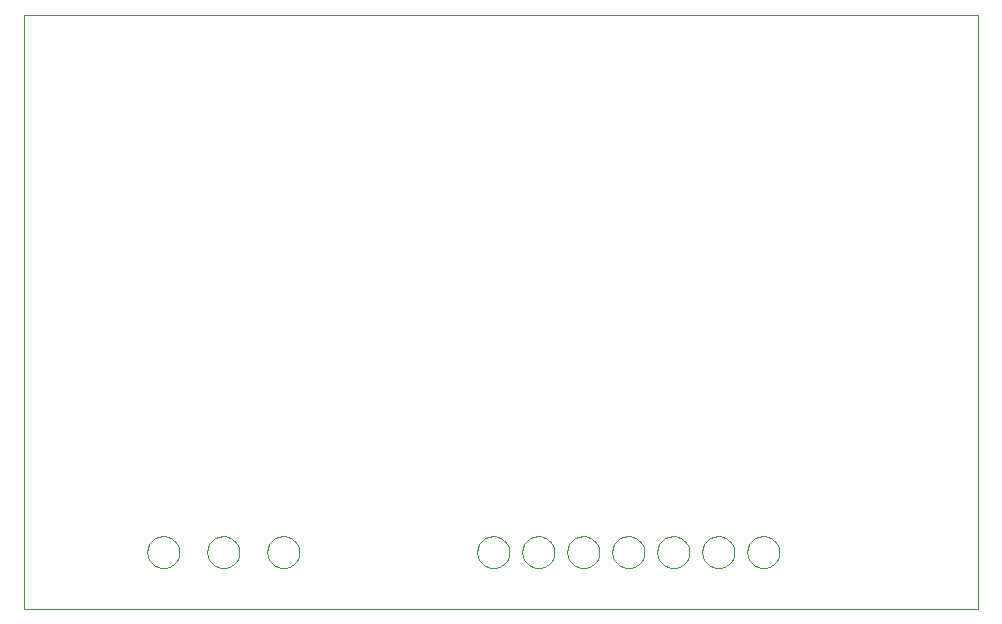
<source format=gbr>
G75*
G70*
%OFA0B0*%
%FSLAX24Y24*%
%IPPOS*%
%LPD*%
%AMOC8*
5,1,8,0,0,1.08239X$1,22.5*
%
%ADD10C,0.0000*%
D10*
X000260Y005013D02*
X000260Y024813D01*
X032060Y024813D01*
X032060Y005013D01*
X000260Y005013D01*
X004379Y006913D02*
X004381Y006959D01*
X004387Y007004D01*
X004397Y007049D01*
X004410Y007092D01*
X004427Y007135D01*
X004448Y007175D01*
X004472Y007214D01*
X004500Y007250D01*
X004531Y007284D01*
X004564Y007316D01*
X004600Y007344D01*
X004638Y007369D01*
X004678Y007391D01*
X004720Y007409D01*
X004763Y007423D01*
X004808Y007434D01*
X004853Y007441D01*
X004899Y007444D01*
X004944Y007443D01*
X004990Y007438D01*
X005035Y007429D01*
X005078Y007417D01*
X005121Y007400D01*
X005162Y007380D01*
X005201Y007357D01*
X005239Y007330D01*
X005273Y007300D01*
X005305Y007268D01*
X005334Y007232D01*
X005360Y007195D01*
X005383Y007155D01*
X005402Y007114D01*
X005417Y007071D01*
X005429Y007026D01*
X005437Y006981D01*
X005441Y006936D01*
X005441Y006890D01*
X005437Y006845D01*
X005429Y006800D01*
X005417Y006755D01*
X005402Y006712D01*
X005383Y006671D01*
X005360Y006631D01*
X005334Y006594D01*
X005305Y006558D01*
X005273Y006526D01*
X005239Y006496D01*
X005201Y006469D01*
X005162Y006446D01*
X005121Y006426D01*
X005078Y006409D01*
X005035Y006397D01*
X004990Y006388D01*
X004944Y006383D01*
X004899Y006382D01*
X004853Y006385D01*
X004808Y006392D01*
X004763Y006403D01*
X004720Y006417D01*
X004678Y006435D01*
X004638Y006457D01*
X004600Y006482D01*
X004564Y006510D01*
X004531Y006542D01*
X004500Y006576D01*
X004472Y006612D01*
X004448Y006651D01*
X004427Y006691D01*
X004410Y006734D01*
X004397Y006777D01*
X004387Y006822D01*
X004381Y006867D01*
X004379Y006913D01*
X006379Y006913D02*
X006381Y006959D01*
X006387Y007004D01*
X006397Y007049D01*
X006410Y007092D01*
X006427Y007135D01*
X006448Y007175D01*
X006472Y007214D01*
X006500Y007250D01*
X006531Y007284D01*
X006564Y007316D01*
X006600Y007344D01*
X006638Y007369D01*
X006678Y007391D01*
X006720Y007409D01*
X006763Y007423D01*
X006808Y007434D01*
X006853Y007441D01*
X006899Y007444D01*
X006944Y007443D01*
X006990Y007438D01*
X007035Y007429D01*
X007078Y007417D01*
X007121Y007400D01*
X007162Y007380D01*
X007201Y007357D01*
X007239Y007330D01*
X007273Y007300D01*
X007305Y007268D01*
X007334Y007232D01*
X007360Y007195D01*
X007383Y007155D01*
X007402Y007114D01*
X007417Y007071D01*
X007429Y007026D01*
X007437Y006981D01*
X007441Y006936D01*
X007441Y006890D01*
X007437Y006845D01*
X007429Y006800D01*
X007417Y006755D01*
X007402Y006712D01*
X007383Y006671D01*
X007360Y006631D01*
X007334Y006594D01*
X007305Y006558D01*
X007273Y006526D01*
X007239Y006496D01*
X007201Y006469D01*
X007162Y006446D01*
X007121Y006426D01*
X007078Y006409D01*
X007035Y006397D01*
X006990Y006388D01*
X006944Y006383D01*
X006899Y006382D01*
X006853Y006385D01*
X006808Y006392D01*
X006763Y006403D01*
X006720Y006417D01*
X006678Y006435D01*
X006638Y006457D01*
X006600Y006482D01*
X006564Y006510D01*
X006531Y006542D01*
X006500Y006576D01*
X006472Y006612D01*
X006448Y006651D01*
X006427Y006691D01*
X006410Y006734D01*
X006397Y006777D01*
X006387Y006822D01*
X006381Y006867D01*
X006379Y006913D01*
X008379Y006913D02*
X008381Y006959D01*
X008387Y007004D01*
X008397Y007049D01*
X008410Y007092D01*
X008427Y007135D01*
X008448Y007175D01*
X008472Y007214D01*
X008500Y007250D01*
X008531Y007284D01*
X008564Y007316D01*
X008600Y007344D01*
X008638Y007369D01*
X008678Y007391D01*
X008720Y007409D01*
X008763Y007423D01*
X008808Y007434D01*
X008853Y007441D01*
X008899Y007444D01*
X008944Y007443D01*
X008990Y007438D01*
X009035Y007429D01*
X009078Y007417D01*
X009121Y007400D01*
X009162Y007380D01*
X009201Y007357D01*
X009239Y007330D01*
X009273Y007300D01*
X009305Y007268D01*
X009334Y007232D01*
X009360Y007195D01*
X009383Y007155D01*
X009402Y007114D01*
X009417Y007071D01*
X009429Y007026D01*
X009437Y006981D01*
X009441Y006936D01*
X009441Y006890D01*
X009437Y006845D01*
X009429Y006800D01*
X009417Y006755D01*
X009402Y006712D01*
X009383Y006671D01*
X009360Y006631D01*
X009334Y006594D01*
X009305Y006558D01*
X009273Y006526D01*
X009239Y006496D01*
X009201Y006469D01*
X009162Y006446D01*
X009121Y006426D01*
X009078Y006409D01*
X009035Y006397D01*
X008990Y006388D01*
X008944Y006383D01*
X008899Y006382D01*
X008853Y006385D01*
X008808Y006392D01*
X008763Y006403D01*
X008720Y006417D01*
X008678Y006435D01*
X008638Y006457D01*
X008600Y006482D01*
X008564Y006510D01*
X008531Y006542D01*
X008500Y006576D01*
X008472Y006612D01*
X008448Y006651D01*
X008427Y006691D01*
X008410Y006734D01*
X008397Y006777D01*
X008387Y006822D01*
X008381Y006867D01*
X008379Y006913D01*
X015379Y006913D02*
X015381Y006959D01*
X015387Y007004D01*
X015397Y007049D01*
X015410Y007092D01*
X015427Y007135D01*
X015448Y007175D01*
X015472Y007214D01*
X015500Y007250D01*
X015531Y007284D01*
X015564Y007316D01*
X015600Y007344D01*
X015638Y007369D01*
X015678Y007391D01*
X015720Y007409D01*
X015763Y007423D01*
X015808Y007434D01*
X015853Y007441D01*
X015899Y007444D01*
X015944Y007443D01*
X015990Y007438D01*
X016035Y007429D01*
X016078Y007417D01*
X016121Y007400D01*
X016162Y007380D01*
X016201Y007357D01*
X016239Y007330D01*
X016273Y007300D01*
X016305Y007268D01*
X016334Y007232D01*
X016360Y007195D01*
X016383Y007155D01*
X016402Y007114D01*
X016417Y007071D01*
X016429Y007026D01*
X016437Y006981D01*
X016441Y006936D01*
X016441Y006890D01*
X016437Y006845D01*
X016429Y006800D01*
X016417Y006755D01*
X016402Y006712D01*
X016383Y006671D01*
X016360Y006631D01*
X016334Y006594D01*
X016305Y006558D01*
X016273Y006526D01*
X016239Y006496D01*
X016201Y006469D01*
X016162Y006446D01*
X016121Y006426D01*
X016078Y006409D01*
X016035Y006397D01*
X015990Y006388D01*
X015944Y006383D01*
X015899Y006382D01*
X015853Y006385D01*
X015808Y006392D01*
X015763Y006403D01*
X015720Y006417D01*
X015678Y006435D01*
X015638Y006457D01*
X015600Y006482D01*
X015564Y006510D01*
X015531Y006542D01*
X015500Y006576D01*
X015472Y006612D01*
X015448Y006651D01*
X015427Y006691D01*
X015410Y006734D01*
X015397Y006777D01*
X015387Y006822D01*
X015381Y006867D01*
X015379Y006913D01*
X016879Y006913D02*
X016881Y006959D01*
X016887Y007004D01*
X016897Y007049D01*
X016910Y007092D01*
X016927Y007135D01*
X016948Y007175D01*
X016972Y007214D01*
X017000Y007250D01*
X017031Y007284D01*
X017064Y007316D01*
X017100Y007344D01*
X017138Y007369D01*
X017178Y007391D01*
X017220Y007409D01*
X017263Y007423D01*
X017308Y007434D01*
X017353Y007441D01*
X017399Y007444D01*
X017444Y007443D01*
X017490Y007438D01*
X017535Y007429D01*
X017578Y007417D01*
X017621Y007400D01*
X017662Y007380D01*
X017701Y007357D01*
X017739Y007330D01*
X017773Y007300D01*
X017805Y007268D01*
X017834Y007232D01*
X017860Y007195D01*
X017883Y007155D01*
X017902Y007114D01*
X017917Y007071D01*
X017929Y007026D01*
X017937Y006981D01*
X017941Y006936D01*
X017941Y006890D01*
X017937Y006845D01*
X017929Y006800D01*
X017917Y006755D01*
X017902Y006712D01*
X017883Y006671D01*
X017860Y006631D01*
X017834Y006594D01*
X017805Y006558D01*
X017773Y006526D01*
X017739Y006496D01*
X017701Y006469D01*
X017662Y006446D01*
X017621Y006426D01*
X017578Y006409D01*
X017535Y006397D01*
X017490Y006388D01*
X017444Y006383D01*
X017399Y006382D01*
X017353Y006385D01*
X017308Y006392D01*
X017263Y006403D01*
X017220Y006417D01*
X017178Y006435D01*
X017138Y006457D01*
X017100Y006482D01*
X017064Y006510D01*
X017031Y006542D01*
X017000Y006576D01*
X016972Y006612D01*
X016948Y006651D01*
X016927Y006691D01*
X016910Y006734D01*
X016897Y006777D01*
X016887Y006822D01*
X016881Y006867D01*
X016879Y006913D01*
X018379Y006913D02*
X018381Y006959D01*
X018387Y007004D01*
X018397Y007049D01*
X018410Y007092D01*
X018427Y007135D01*
X018448Y007175D01*
X018472Y007214D01*
X018500Y007250D01*
X018531Y007284D01*
X018564Y007316D01*
X018600Y007344D01*
X018638Y007369D01*
X018678Y007391D01*
X018720Y007409D01*
X018763Y007423D01*
X018808Y007434D01*
X018853Y007441D01*
X018899Y007444D01*
X018944Y007443D01*
X018990Y007438D01*
X019035Y007429D01*
X019078Y007417D01*
X019121Y007400D01*
X019162Y007380D01*
X019201Y007357D01*
X019239Y007330D01*
X019273Y007300D01*
X019305Y007268D01*
X019334Y007232D01*
X019360Y007195D01*
X019383Y007155D01*
X019402Y007114D01*
X019417Y007071D01*
X019429Y007026D01*
X019437Y006981D01*
X019441Y006936D01*
X019441Y006890D01*
X019437Y006845D01*
X019429Y006800D01*
X019417Y006755D01*
X019402Y006712D01*
X019383Y006671D01*
X019360Y006631D01*
X019334Y006594D01*
X019305Y006558D01*
X019273Y006526D01*
X019239Y006496D01*
X019201Y006469D01*
X019162Y006446D01*
X019121Y006426D01*
X019078Y006409D01*
X019035Y006397D01*
X018990Y006388D01*
X018944Y006383D01*
X018899Y006382D01*
X018853Y006385D01*
X018808Y006392D01*
X018763Y006403D01*
X018720Y006417D01*
X018678Y006435D01*
X018638Y006457D01*
X018600Y006482D01*
X018564Y006510D01*
X018531Y006542D01*
X018500Y006576D01*
X018472Y006612D01*
X018448Y006651D01*
X018427Y006691D01*
X018410Y006734D01*
X018397Y006777D01*
X018387Y006822D01*
X018381Y006867D01*
X018379Y006913D01*
X019879Y006913D02*
X019881Y006959D01*
X019887Y007004D01*
X019897Y007049D01*
X019910Y007092D01*
X019927Y007135D01*
X019948Y007175D01*
X019972Y007214D01*
X020000Y007250D01*
X020031Y007284D01*
X020064Y007316D01*
X020100Y007344D01*
X020138Y007369D01*
X020178Y007391D01*
X020220Y007409D01*
X020263Y007423D01*
X020308Y007434D01*
X020353Y007441D01*
X020399Y007444D01*
X020444Y007443D01*
X020490Y007438D01*
X020535Y007429D01*
X020578Y007417D01*
X020621Y007400D01*
X020662Y007380D01*
X020701Y007357D01*
X020739Y007330D01*
X020773Y007300D01*
X020805Y007268D01*
X020834Y007232D01*
X020860Y007195D01*
X020883Y007155D01*
X020902Y007114D01*
X020917Y007071D01*
X020929Y007026D01*
X020937Y006981D01*
X020941Y006936D01*
X020941Y006890D01*
X020937Y006845D01*
X020929Y006800D01*
X020917Y006755D01*
X020902Y006712D01*
X020883Y006671D01*
X020860Y006631D01*
X020834Y006594D01*
X020805Y006558D01*
X020773Y006526D01*
X020739Y006496D01*
X020701Y006469D01*
X020662Y006446D01*
X020621Y006426D01*
X020578Y006409D01*
X020535Y006397D01*
X020490Y006388D01*
X020444Y006383D01*
X020399Y006382D01*
X020353Y006385D01*
X020308Y006392D01*
X020263Y006403D01*
X020220Y006417D01*
X020178Y006435D01*
X020138Y006457D01*
X020100Y006482D01*
X020064Y006510D01*
X020031Y006542D01*
X020000Y006576D01*
X019972Y006612D01*
X019948Y006651D01*
X019927Y006691D01*
X019910Y006734D01*
X019897Y006777D01*
X019887Y006822D01*
X019881Y006867D01*
X019879Y006913D01*
X021379Y006913D02*
X021381Y006959D01*
X021387Y007004D01*
X021397Y007049D01*
X021410Y007092D01*
X021427Y007135D01*
X021448Y007175D01*
X021472Y007214D01*
X021500Y007250D01*
X021531Y007284D01*
X021564Y007316D01*
X021600Y007344D01*
X021638Y007369D01*
X021678Y007391D01*
X021720Y007409D01*
X021763Y007423D01*
X021808Y007434D01*
X021853Y007441D01*
X021899Y007444D01*
X021944Y007443D01*
X021990Y007438D01*
X022035Y007429D01*
X022078Y007417D01*
X022121Y007400D01*
X022162Y007380D01*
X022201Y007357D01*
X022239Y007330D01*
X022273Y007300D01*
X022305Y007268D01*
X022334Y007232D01*
X022360Y007195D01*
X022383Y007155D01*
X022402Y007114D01*
X022417Y007071D01*
X022429Y007026D01*
X022437Y006981D01*
X022441Y006936D01*
X022441Y006890D01*
X022437Y006845D01*
X022429Y006800D01*
X022417Y006755D01*
X022402Y006712D01*
X022383Y006671D01*
X022360Y006631D01*
X022334Y006594D01*
X022305Y006558D01*
X022273Y006526D01*
X022239Y006496D01*
X022201Y006469D01*
X022162Y006446D01*
X022121Y006426D01*
X022078Y006409D01*
X022035Y006397D01*
X021990Y006388D01*
X021944Y006383D01*
X021899Y006382D01*
X021853Y006385D01*
X021808Y006392D01*
X021763Y006403D01*
X021720Y006417D01*
X021678Y006435D01*
X021638Y006457D01*
X021600Y006482D01*
X021564Y006510D01*
X021531Y006542D01*
X021500Y006576D01*
X021472Y006612D01*
X021448Y006651D01*
X021427Y006691D01*
X021410Y006734D01*
X021397Y006777D01*
X021387Y006822D01*
X021381Y006867D01*
X021379Y006913D01*
X022879Y006913D02*
X022881Y006959D01*
X022887Y007004D01*
X022897Y007049D01*
X022910Y007092D01*
X022927Y007135D01*
X022948Y007175D01*
X022972Y007214D01*
X023000Y007250D01*
X023031Y007284D01*
X023064Y007316D01*
X023100Y007344D01*
X023138Y007369D01*
X023178Y007391D01*
X023220Y007409D01*
X023263Y007423D01*
X023308Y007434D01*
X023353Y007441D01*
X023399Y007444D01*
X023444Y007443D01*
X023490Y007438D01*
X023535Y007429D01*
X023578Y007417D01*
X023621Y007400D01*
X023662Y007380D01*
X023701Y007357D01*
X023739Y007330D01*
X023773Y007300D01*
X023805Y007268D01*
X023834Y007232D01*
X023860Y007195D01*
X023883Y007155D01*
X023902Y007114D01*
X023917Y007071D01*
X023929Y007026D01*
X023937Y006981D01*
X023941Y006936D01*
X023941Y006890D01*
X023937Y006845D01*
X023929Y006800D01*
X023917Y006755D01*
X023902Y006712D01*
X023883Y006671D01*
X023860Y006631D01*
X023834Y006594D01*
X023805Y006558D01*
X023773Y006526D01*
X023739Y006496D01*
X023701Y006469D01*
X023662Y006446D01*
X023621Y006426D01*
X023578Y006409D01*
X023535Y006397D01*
X023490Y006388D01*
X023444Y006383D01*
X023399Y006382D01*
X023353Y006385D01*
X023308Y006392D01*
X023263Y006403D01*
X023220Y006417D01*
X023178Y006435D01*
X023138Y006457D01*
X023100Y006482D01*
X023064Y006510D01*
X023031Y006542D01*
X023000Y006576D01*
X022972Y006612D01*
X022948Y006651D01*
X022927Y006691D01*
X022910Y006734D01*
X022897Y006777D01*
X022887Y006822D01*
X022881Y006867D01*
X022879Y006913D01*
X024379Y006913D02*
X024381Y006959D01*
X024387Y007004D01*
X024397Y007049D01*
X024410Y007092D01*
X024427Y007135D01*
X024448Y007175D01*
X024472Y007214D01*
X024500Y007250D01*
X024531Y007284D01*
X024564Y007316D01*
X024600Y007344D01*
X024638Y007369D01*
X024678Y007391D01*
X024720Y007409D01*
X024763Y007423D01*
X024808Y007434D01*
X024853Y007441D01*
X024899Y007444D01*
X024944Y007443D01*
X024990Y007438D01*
X025035Y007429D01*
X025078Y007417D01*
X025121Y007400D01*
X025162Y007380D01*
X025201Y007357D01*
X025239Y007330D01*
X025273Y007300D01*
X025305Y007268D01*
X025334Y007232D01*
X025360Y007195D01*
X025383Y007155D01*
X025402Y007114D01*
X025417Y007071D01*
X025429Y007026D01*
X025437Y006981D01*
X025441Y006936D01*
X025441Y006890D01*
X025437Y006845D01*
X025429Y006800D01*
X025417Y006755D01*
X025402Y006712D01*
X025383Y006671D01*
X025360Y006631D01*
X025334Y006594D01*
X025305Y006558D01*
X025273Y006526D01*
X025239Y006496D01*
X025201Y006469D01*
X025162Y006446D01*
X025121Y006426D01*
X025078Y006409D01*
X025035Y006397D01*
X024990Y006388D01*
X024944Y006383D01*
X024899Y006382D01*
X024853Y006385D01*
X024808Y006392D01*
X024763Y006403D01*
X024720Y006417D01*
X024678Y006435D01*
X024638Y006457D01*
X024600Y006482D01*
X024564Y006510D01*
X024531Y006542D01*
X024500Y006576D01*
X024472Y006612D01*
X024448Y006651D01*
X024427Y006691D01*
X024410Y006734D01*
X024397Y006777D01*
X024387Y006822D01*
X024381Y006867D01*
X024379Y006913D01*
M02*

</source>
